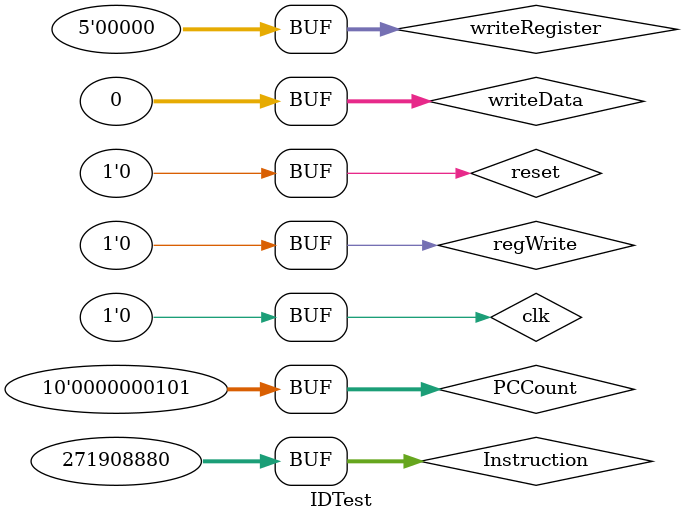
<source format=v>
`timescale 1ns / 1ps

module IDTest;

	// Inputs
	reg clk;
	reg [31:0] Instruction;
	reg [9:0] PCCount;
	reg regWrite;
	reg [4:0] writeRegister;
	reg [31:0] writeData;
	reg reset;

	// Outputs
	wire [1:0] ALUOpOut;
	wire RegDstOut;
	wire ALUSrcOut;
	wire BranchOut;
	wire MemReadOut;
	wire MemWriteOut;
	wire MemToRegOut;
	wire RegWriteOut;
	wire [31:0] regA;
	wire [31:0] regB;
	wire [31:0] signExtendOut;
	wire [9:0] PcCountOut;
	wire [4:0] rt;
	wire [4:0] rd;

	// Instantiate the Unit Under Test (UUT)
	InstructionDecode uut (
		.clk(clk), 
		.Instruction(Instruction), 
		.PCCount(PCCount), 
		.reset(reset),
		.ALUOpOut(ALUOpOut), 
		.RegDstOut(RegDstOut), 
		.ALUSrcOut(ALUSrcOut), 
		.BranchOut(BranchOut), 
		.MemReadOut(MemReadOut), 
		.MemWriteOut(MemWriteOut), 
		.MemToRegOut(MemToRegOut), 
		.RegWriteOut(RegWriteOut), 
		.regA(regA), 
		.regB(regB), 
		.signExtendOut(signExtendOut), 
		.PcCountOut(PcCountOut), 
		.rt(rt), 
		.rd(rd), 
		.regWrite(regWrite), 
		.writeRegister(writeRegister), 
		.writeData(writeData)
	);
	

	initial begin
		// Initialize Inputs
		clk = 0;
		Instruction = 0;
		PCCount = 0;
		regWrite = 0;
		writeRegister = 0;
		writeData = 0;
		reset = 0;
		

//PRUEBAS DE ESCRITURA. AQUÍ SOLO IMPORTA LO QUE PASE EN FLANCO DE SUBIDA.

	//prueba1. Guardo el valor 5250 en el registro registro 00000
		regWrite = 1; // write enabled
		writeRegister = 5'b00000;
		writeData = 5250;
		#40
		clk = 1; // flanco posedge para escribir
		#40
		clk = 0;
	//prueba2. Guardo el valor 100 en el registro registro 10101
		regWrite = 1; // write enabled
		writeRegister = 5'b10101;
		writeData = 100;
		#40
		clk = 1; // flanco posedge para escribir
		#40
		clk = 0;
	//prueba3. Guardo el valor 1000000 en el registro registro 11111
		regWrite = 1; // write enabled
		writeRegister = 5'b11111;
		writeData = 10000000;
		#40
		clk = 1; // flanco posedge para escribir
		#40
		clk = 0;
	//prueba4. Guardo el valor 1111111 en el registro registro 11110
		regWrite = 1; // write enabled
		writeRegister = 5'b11110;
		writeData = 1111111;
		#40
		clk = 1; // flanco posedge para escribir
		#40
		clk = 0;
	//prueba5. Guardo el valor 9999 en el registro registro 00001
		regWrite = 1; // write enabled
		writeRegister = 5'b00001;
		writeData = 9999;
		#40
		clk = 1; // flanco posedge para escribir
		#40
		
//PRUEBAS DE LECTURA. AQUÍ VERIFICAMOS QUE LAS ESCRITURAS ANTERIORES SE HAYAN ESCRITO BIEN
// Y ADEMÁS VERIFICAMOS QUE SE EFECTUEN BIEN LAS OTRAS SEÑALES DE CONTROL
		
	//prueba6. Instrucción resta
	//rd <- rs - rt
	//000000rsrtrd00000100010 (donde 100010 es el func de SUB)
	
		regWrite = 0; // DISABLED
		writeData = 0;
		writeRegister = 0;
		
		Instruction= 32'b000000_10101_11111_00000_00000100010;// rd(00000) <- rs(10101) - rt(11111)
		PCCount = 1;
		clk = 0; // negedge para pasar los valores al registro
		#40
		clk = 1; // flanco posedge para escribir
		#40;
		
	//prueba7. Instrucción lw
	//Ejemplo: (LW rt,offset(base)) 
	//100011basertoffset (donde 100011 es el funct de LB)
		Instruction= 32'b100011_11111_00000_10101_01010101010;// base=11111, rt = 00000, offset = 10101...
		PCCount = 2;
		clk = 0; // negedge para pasar los valores al registro
		#40
		clk = 1; // flanco posedge para escribir
		#40
		
	//prueba8. Instrucción beq
	//Ejemplo: (BEQ rs,rt,offset) 
	//000100rsrtoffset (donde 000100 es el funct de BEQ)
		Instruction= 32'b000100_00000_11110_00000_00000010000;// rs=00000, rt = 11110, offset = 16 decimal
		PCCount = 3;
		clk = 0; // negedge para pasar los valores al registro
		#40
		clk = 1; // flanco posedge para escribir
		#40
	//prueba9. Instrucción beq
	//Ejemplo: (BEQ rs,rt,offset) 
	//000100rsrtoffset (donde 000100 es el funct de BEQ)
		Instruction= 32'b000100_11110_00001_00000_00000010000;// rs=11110, rt = 00001, offset = 16 decimal
		PCCount = 4;
		clk = 0; // negedge para pasar los valores al registro
		#40
		clk = 1; // flanco posedge para escribir
		#40
	//prueba10. Instrucción beq
	//Ejemplo: (BEQ rs,rt,offset) 
	//000100rsrtoffset (donde 000100 es el funct de BEQ)
		Instruction= 32'b000100_00001_10101_00000_00000010000;// rs=00001, rt = 10101, offset = 16 decimal
		PCCount = 5;
		clk = 0; // negedge para pasar los valores al registro
		#40
		clk = 1; // flanco posedge para escribir
		#40
		clk = 0;
		#40;
	end
endmodule

</source>
